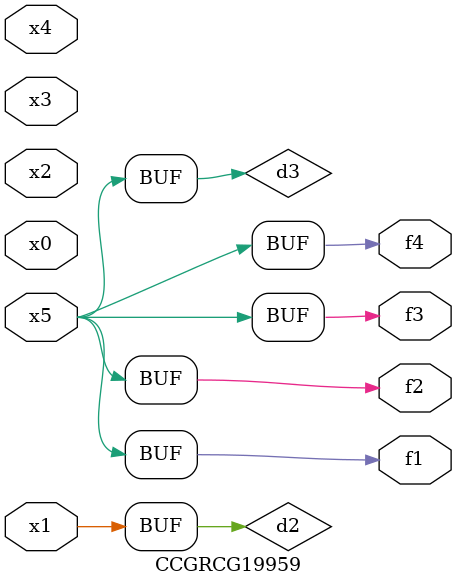
<source format=v>
module CCGRCG19959(
	input x0, x1, x2, x3, x4, x5,
	output f1, f2, f3, f4
);

	wire d1, d2, d3;

	not (d1, x5);
	or (d2, x1);
	xnor (d3, d1);
	assign f1 = d3;
	assign f2 = d3;
	assign f3 = d3;
	assign f4 = d3;
endmodule

</source>
